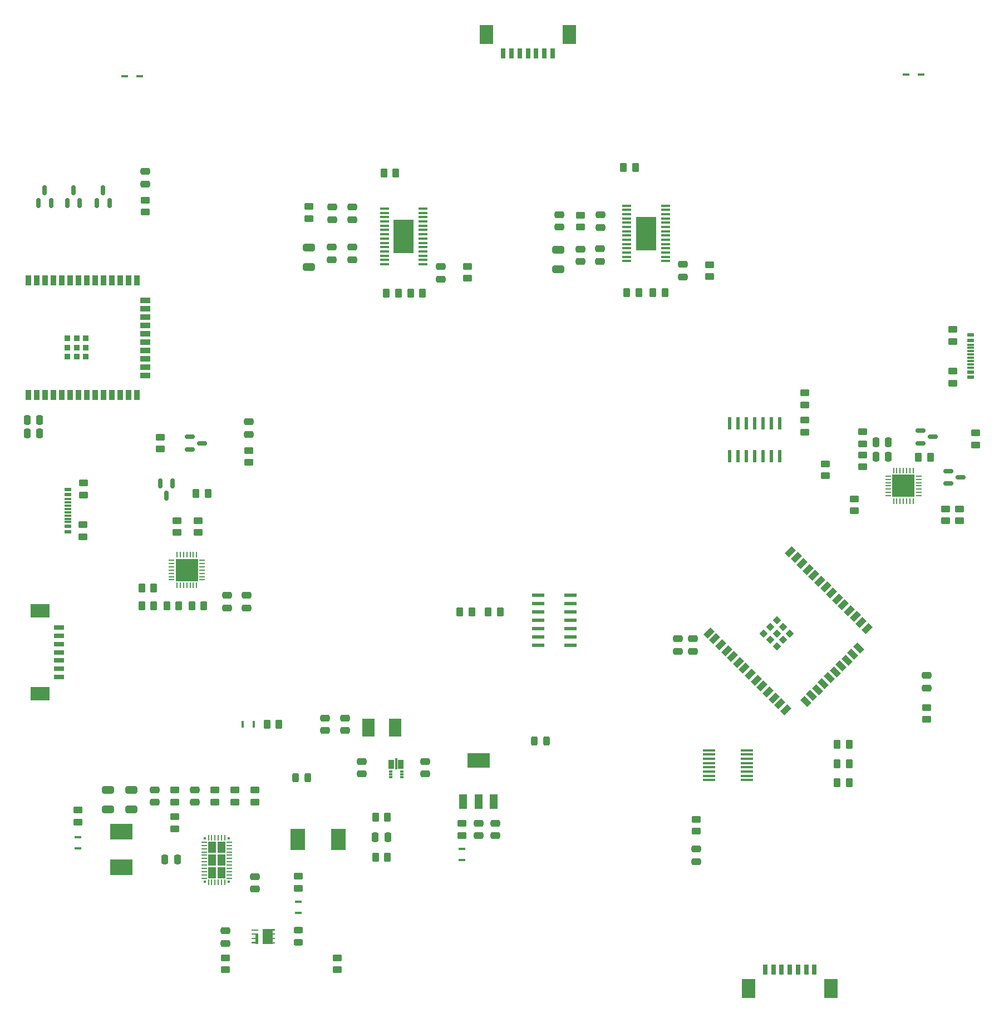
<source format=gtp>
%TF.GenerationSoftware,KiCad,Pcbnew,7.0.9*%
%TF.CreationDate,2024-03-25T16:43:25-04:00*%
%TF.ProjectId,CSTAR,43535441-522e-46b6-9963-61645f706362,rev?*%
%TF.SameCoordinates,Original*%
%TF.FileFunction,Paste,Top*%
%TF.FilePolarity,Positive*%
%FSLAX46Y46*%
G04 Gerber Fmt 4.6, Leading zero omitted, Abs format (unit mm)*
G04 Created by KiCad (PCBNEW 7.0.9) date 2024-03-25 16:43:25*
%MOMM*%
%LPD*%
G01*
G04 APERTURE LIST*
G04 Aperture macros list*
%AMRoundRect*
0 Rectangle with rounded corners*
0 $1 Rounding radius*
0 $2 $3 $4 $5 $6 $7 $8 $9 X,Y pos of 4 corners*
0 Add a 4 corners polygon primitive as box body*
4,1,4,$2,$3,$4,$5,$6,$7,$8,$9,$2,$3,0*
0 Add four circle primitives for the rounded corners*
1,1,$1+$1,$2,$3*
1,1,$1+$1,$4,$5*
1,1,$1+$1,$6,$7*
1,1,$1+$1,$8,$9*
0 Add four rect primitives between the rounded corners*
20,1,$1+$1,$2,$3,$4,$5,0*
20,1,$1+$1,$4,$5,$6,$7,0*
20,1,$1+$1,$6,$7,$8,$9,0*
20,1,$1+$1,$8,$9,$2,$3,0*%
%AMRotRect*
0 Rectangle, with rotation*
0 The origin of the aperture is its center*
0 $1 length*
0 $2 width*
0 $3 Rotation angle, in degrees counterclockwise*
0 Add horizontal line*
21,1,$1,$2,0,0,$3*%
%AMFreePoly0*
4,1,9,0.533400,-0.170180,0.127000,-0.170180,0.127000,-0.127000,-0.533400,-0.127000,-0.533400,0.127000,0.127000,0.127000,0.127000,1.480820,0.533400,1.480820,0.533400,-0.170180,0.533400,-0.170180,$1*%
%AMFreePoly1*
4,1,9,0.177800,0.127000,0.533400,0.127000,0.533400,-0.127000,0.177800,-0.127000,0.177800,-2.153920,-1.320800,-2.153920,-1.320800,0.157480,0.177800,0.157480,0.177800,0.127000,0.177800,0.127000,$1*%
G04 Aperture macros list end*
%ADD10RoundRect,0.250000X-0.262500X-0.450000X0.262500X-0.450000X0.262500X0.450000X-0.262500X0.450000X0*%
%ADD11RoundRect,0.250000X0.250000X0.475000X-0.250000X0.475000X-0.250000X-0.475000X0.250000X-0.475000X0*%
%ADD12RoundRect,0.250000X-0.475000X0.250000X-0.475000X-0.250000X0.475000X-0.250000X0.475000X0.250000X0*%
%ADD13RoundRect,0.150000X-0.587500X-0.150000X0.587500X-0.150000X0.587500X0.150000X-0.587500X0.150000X0*%
%ADD14RoundRect,0.250000X0.650000X-0.325000X0.650000X0.325000X-0.650000X0.325000X-0.650000X-0.325000X0*%
%ADD15RoundRect,0.150000X-0.150000X0.587500X-0.150000X-0.587500X0.150000X-0.587500X0.150000X0.587500X0*%
%ADD16R,3.429000X2.489200*%
%ADD17RoundRect,0.250000X-0.450000X0.262500X-0.450000X-0.262500X0.450000X-0.262500X0.450000X0.262500X0*%
%ADD18RoundRect,0.250000X-0.250000X-0.475000X0.250000X-0.475000X0.250000X0.475000X-0.250000X0.475000X0*%
%ADD19R,0.812800X1.447800*%
%ADD20R,0.609600X0.304800*%
%ADD21R,0.304800X1.727200*%
%ADD22R,0.990600X0.406400*%
%ADD23RoundRect,0.150000X0.150000X-0.587500X0.150000X0.587500X-0.150000X0.587500X-0.150000X-0.587500X0*%
%ADD24RoundRect,0.250000X0.262500X0.450000X-0.262500X0.450000X-0.262500X-0.450000X0.262500X-0.450000X0*%
%ADD25RoundRect,0.250000X0.450000X-0.262500X0.450000X0.262500X-0.450000X0.262500X-0.450000X-0.262500X0*%
%ADD26R,1.140000X0.600000*%
%ADD27R,1.140000X0.300000*%
%ADD28R,1.400000X0.449999*%
%ADD29R,3.099999X5.180000*%
%ADD30RoundRect,0.250000X0.475000X-0.250000X0.475000X0.250000X-0.475000X0.250000X-0.475000X-0.250000X0*%
%ADD31R,0.254000X0.965200*%
%ADD32R,0.965200X0.254000*%
%ADD33R,3.352800X3.352800*%
%ADD34R,0.800000X1.600000*%
%ADD35R,2.100000X3.000000*%
%ADD36R,1.981200X0.558800*%
%ADD37R,0.558800X1.981200*%
%ADD38R,1.117600X0.406400*%
%ADD39RoundRect,0.243750X-0.243750X-0.456250X0.243750X-0.456250X0.243750X0.456250X-0.243750X0.456250X0*%
%ADD40RotRect,1.500000X0.900000X45.000000*%
%ADD41RotRect,0.900000X1.500000X45.000000*%
%ADD42RotRect,0.900000X0.900000X45.000000*%
%ADD43R,1.200000X2.200000*%
%ADD44R,3.500000X2.200000*%
%ADD45RoundRect,0.250000X-0.650000X0.325000X-0.650000X-0.325000X0.650000X-0.325000X0.650000X0.325000X0*%
%ADD46R,0.900000X1.500000*%
%ADD47R,1.500000X0.900000*%
%ADD48R,0.900000X0.900000*%
%ADD49R,1.066800X0.254000*%
%ADD50FreePoly0,0.000000*%
%ADD51FreePoly1,0.000000*%
%ADD52RoundRect,0.243750X0.456250X-0.243750X0.456250X0.243750X-0.456250X0.243750X-0.456250X-0.243750X0*%
%ADD53R,1.981200X2.794000*%
%ADD54R,2.184400X3.200400*%
%ADD55R,1.600000X0.800000*%
%ADD56R,3.000000X2.100000*%
%ADD57R,0.406400X0.990600*%
%ADD58R,1.955432X0.420766*%
%ADD59R,0.812800X0.228600*%
%ADD60R,0.228600X0.812800*%
%ADD61R,1.193800X1.727200*%
%ADD62R,0.381000X0.381000*%
G04 APERTURE END LIST*
%TO.C,U8*%
G36*
X187012300Y-123244000D02*
G01*
X185535900Y-123244000D01*
X185535900Y-121767600D01*
X187012300Y-121767600D01*
X187012300Y-123244000D01*
G37*
G36*
X185335900Y-123244000D02*
G01*
X183859500Y-123244000D01*
X183859500Y-121767600D01*
X185335900Y-121767600D01*
X185335900Y-123244000D01*
G37*
G36*
X187012300Y-124920400D02*
G01*
X185535900Y-124920400D01*
X185535900Y-123444000D01*
X187012300Y-123444000D01*
X187012300Y-124920400D01*
G37*
G36*
X185335900Y-124920400D02*
G01*
X183859500Y-124920400D01*
X183859500Y-123444000D01*
X185335900Y-123444000D01*
X185335900Y-124920400D01*
G37*
%TO.C,Q8*%
G36*
X87274400Y-193065400D02*
G01*
X86868000Y-193065400D01*
X86868000Y-191429640D01*
X87274400Y-191429640D01*
X87274400Y-193065400D01*
G37*
%TO.C,U5*%
G36*
X76315900Y-136059999D02*
G01*
X74839500Y-136059999D01*
X74839500Y-134583599D01*
X76315900Y-134583599D01*
X76315900Y-136059999D01*
G37*
G36*
X76315900Y-137736399D02*
G01*
X74839500Y-137736399D01*
X74839500Y-136259999D01*
X76315900Y-136259999D01*
X76315900Y-137736399D01*
G37*
G36*
X77992300Y-136059999D02*
G01*
X76515900Y-136059999D01*
X76515900Y-134583599D01*
X77992300Y-134583599D01*
X77992300Y-136059999D01*
G37*
G36*
X77992300Y-137736399D02*
G01*
X76515900Y-137736399D01*
X76515900Y-136259999D01*
X77992300Y-136259999D01*
X77992300Y-137736399D01*
G37*
%TD*%
D10*
%TO.C,R23*%
X69562500Y-138875000D03*
X71387500Y-138875000D03*
%TD*%
D11*
%TO.C,C2*%
X74991000Y-180213000D03*
X73091000Y-180213000D03*
%TD*%
D12*
%TO.C,C38*%
X82296000Y-191074000D03*
X82296000Y-192974000D03*
%TD*%
%TO.C,C20*%
X136347200Y-87289200D03*
X136347200Y-89189200D03*
%TD*%
%TO.C,C22*%
X139293600Y-87279400D03*
X139293600Y-89179400D03*
%TD*%
%TO.C,C4*%
X86741000Y-182819000D03*
X86741000Y-184719000D03*
%TD*%
D13*
%TO.C,Q4*%
X188014000Y-114938000D03*
X188014000Y-116838000D03*
X189889000Y-115888000D03*
%TD*%
D14*
%TO.C,C8*%
X64389000Y-172544000D03*
X64389000Y-169594000D03*
%TD*%
D15*
%TO.C,Q2*%
X74277500Y-122942500D03*
X72377500Y-122942500D03*
X73327500Y-124817500D03*
%TD*%
D16*
%TO.C,L1*%
X66421000Y-181406800D03*
X66421000Y-175971200D03*
%TD*%
D17*
%TO.C,R41*%
X191824000Y-126852500D03*
X191824000Y-128677500D03*
%TD*%
D18*
%TO.C,C31*%
X52136000Y-113284000D03*
X54036000Y-113284000D03*
%TD*%
D17*
%TO.C,R3*%
X80645000Y-169648500D03*
X80645000Y-171473500D03*
%TD*%
D19*
%TO.C,PS1*%
X107492988Y-165757784D03*
D20*
X107392978Y-166808988D03*
X107392978Y-167259000D03*
X107392988Y-167709012D03*
X109092990Y-167709012D03*
X109093000Y-167259000D03*
X109093000Y-166808988D03*
D19*
X108992990Y-165757784D03*
D21*
X108242989Y-165618084D03*
%TD*%
D22*
%TO.C,LED4*%
X59817000Y-178523900D03*
X59817000Y-176822100D03*
%TD*%
D23*
%TO.C,Q5*%
X58232000Y-80264000D03*
X60132000Y-80264000D03*
X59182000Y-78389000D03*
%TD*%
D24*
%TO.C,R11*%
X106957500Y-179857400D03*
X105132500Y-179857400D03*
%TD*%
D25*
%TO.C,R13*%
X119126000Y-91741000D03*
X119126000Y-89916000D03*
%TD*%
D23*
%TO.C,Q7*%
X62738000Y-80264000D03*
X64638000Y-80264000D03*
X63688000Y-78389000D03*
%TD*%
D26*
%TO.C,J27*%
X195680000Y-106800000D03*
X195680000Y-106000000D03*
D27*
X195680000Y-104850000D03*
X195680000Y-103850000D03*
X195680000Y-103350000D03*
X195680000Y-102350000D03*
D26*
X195680000Y-100400000D03*
X195680000Y-101200000D03*
D27*
X195680000Y-101850000D03*
X195680000Y-102850000D03*
X195680000Y-104350000D03*
X195680000Y-105350000D03*
%TD*%
D28*
%TO.C,U2*%
X143353998Y-80695000D03*
X143353998Y-81345001D03*
X143353998Y-81995000D03*
X143353998Y-82645001D03*
X143353998Y-83294999D03*
X143353998Y-83945001D03*
X143353998Y-84594999D03*
X143353998Y-85245001D03*
X143353998Y-85894999D03*
X143353998Y-86545001D03*
X143353998Y-87194999D03*
X143353998Y-87845000D03*
X143353998Y-88494999D03*
X143353998Y-89145000D03*
X149253999Y-89145000D03*
X149253999Y-88494999D03*
X149253999Y-87845000D03*
X149253999Y-87194999D03*
X149253999Y-86545001D03*
X149253999Y-85894999D03*
X149253999Y-85245001D03*
X149253999Y-84594999D03*
X149253999Y-83945001D03*
X149253999Y-83294999D03*
X149253999Y-82645001D03*
X149253999Y-81995000D03*
X149253999Y-81345001D03*
X149253999Y-80695000D03*
D29*
X146303997Y-84920000D03*
%TD*%
D25*
%TO.C,R51*%
X192913000Y-101369500D03*
X192913000Y-99544500D03*
%TD*%
D17*
%TO.C,R9*%
X59817000Y-172696500D03*
X59817000Y-174521500D03*
%TD*%
D30*
%TO.C,C34*%
X188976000Y-154112000D03*
X188976000Y-152212000D03*
%TD*%
D25*
%TO.C,R5*%
X83693000Y-171473500D03*
X83693000Y-169648500D03*
%TD*%
D30*
%TO.C,C29*%
X70104000Y-77404000D03*
X70104000Y-75504000D03*
%TD*%
D12*
%TO.C,C1*%
X123317000Y-174691000D03*
X123317000Y-176591000D03*
%TD*%
D31*
%TO.C,U8*%
X186935900Y-121019900D03*
X186435901Y-121019900D03*
X185935899Y-121019900D03*
X185435900Y-121019900D03*
X184935901Y-121019900D03*
X184435899Y-121019900D03*
X183935900Y-121019900D03*
D32*
X183111800Y-121844000D03*
X183111800Y-122343999D03*
X183111800Y-122844001D03*
X183111800Y-123344000D03*
X183111800Y-123843999D03*
X183111800Y-124344001D03*
X183111800Y-124844000D03*
D31*
X183935900Y-125668100D03*
X184435899Y-125668100D03*
X184935901Y-125668100D03*
X185435900Y-125668100D03*
X185935899Y-125668100D03*
X186435901Y-125668100D03*
X186935900Y-125668100D03*
D32*
X187760000Y-124844000D03*
X187760000Y-124344001D03*
X187760000Y-123843999D03*
X187760000Y-123344000D03*
X187760000Y-122844001D03*
X187760000Y-122343999D03*
X187760000Y-121844000D03*
D33*
X185435900Y-123344000D03*
%TD*%
D25*
%TO.C,R39*%
X196396000Y-117120500D03*
X196396000Y-115295500D03*
%TD*%
%TO.C,R31*%
X70104000Y-81684500D03*
X70104000Y-79859500D03*
%TD*%
D12*
%TO.C,C12*%
X100457000Y-158689000D03*
X100457000Y-160589000D03*
%TD*%
D34*
%TO.C,J26*%
X132070000Y-57510000D03*
X130820000Y-57510000D03*
X129570000Y-57510000D03*
X128320000Y-57510000D03*
X127070000Y-57510000D03*
X125820000Y-57510000D03*
X124570000Y-57510000D03*
D35*
X134620000Y-54610000D03*
X122020000Y-54610000D03*
%TD*%
D10*
%TO.C,R22*%
X69572500Y-141605000D03*
X71397500Y-141605000D03*
%TD*%
D25*
%TO.C,R53*%
X170434000Y-111017700D03*
X170434000Y-109192700D03*
%TD*%
%TO.C,R35*%
X179251000Y-120446000D03*
X179251000Y-118621000D03*
%TD*%
D36*
%TO.C,U4*%
X134797800Y-147574000D03*
X134797800Y-146304000D03*
X134797800Y-145034000D03*
X134797800Y-143764000D03*
X134797800Y-142494000D03*
X134797800Y-141224000D03*
X134797800Y-139954000D03*
X129870200Y-139954000D03*
X129870200Y-141224000D03*
X129870200Y-142494000D03*
X129870200Y-143764000D03*
X129870200Y-145034000D03*
X129870200Y-146304000D03*
X129870200Y-147574000D03*
%TD*%
D18*
%TO.C,C11*%
X105095000Y-176809400D03*
X106995000Y-176809400D03*
%TD*%
D10*
%TO.C,R45*%
X117959500Y-142494000D03*
X119784500Y-142494000D03*
%TD*%
D30*
%TO.C,C17*%
X98552000Y-82804000D03*
X98552000Y-80904000D03*
%TD*%
%TO.C,C27*%
X85471000Y-141920000D03*
X85471000Y-140020000D03*
%TD*%
D17*
%TO.C,R6*%
X118237000Y-174728500D03*
X118237000Y-176553500D03*
%TD*%
D30*
%TO.C,C6*%
X71501000Y-171511000D03*
X71501000Y-169611000D03*
%TD*%
D17*
%TO.C,R7*%
X74549000Y-173712500D03*
X74549000Y-175537500D03*
%TD*%
D10*
%TO.C,R38*%
X187736500Y-119002000D03*
X189561500Y-119002000D03*
%TD*%
D22*
%TO.C,LED3*%
X118237000Y-180301900D03*
X118237000Y-178600100D03*
%TD*%
D12*
%TO.C,C9*%
X102997000Y-165293000D03*
X102997000Y-167193000D03*
%TD*%
D24*
%TO.C,R26*%
X79652500Y-124460000D03*
X77827500Y-124460000D03*
%TD*%
D37*
%TO.C,U7*%
X159004000Y-118795800D03*
X160274000Y-118795800D03*
X161544000Y-118795800D03*
X162814000Y-118795800D03*
X164084000Y-118795800D03*
X165354000Y-118795800D03*
X166624000Y-118795800D03*
X166624000Y-113868200D03*
X165354000Y-113868200D03*
X164084000Y-113868200D03*
X162814000Y-113868200D03*
X161544000Y-113868200D03*
X160274000Y-113868200D03*
X159004000Y-113868200D03*
%TD*%
D30*
%TO.C,C15*%
X115062000Y-91882000D03*
X115062000Y-89982000D03*
%TD*%
D28*
%TO.C,U3*%
X106473201Y-81154199D03*
X106473201Y-81804200D03*
X106473201Y-82454199D03*
X106473201Y-83104200D03*
X106473201Y-83754198D03*
X106473201Y-84404200D03*
X106473201Y-85054198D03*
X106473201Y-85704200D03*
X106473201Y-86354198D03*
X106473201Y-87004200D03*
X106473201Y-87654198D03*
X106473201Y-88304199D03*
X106473201Y-88954198D03*
X106473201Y-89604199D03*
X112373202Y-89604199D03*
X112373202Y-88954198D03*
X112373202Y-88304199D03*
X112373202Y-87654198D03*
X112373202Y-87004200D03*
X112373202Y-86354198D03*
X112373202Y-85704200D03*
X112373202Y-85054198D03*
X112373202Y-84404200D03*
X112373202Y-83754198D03*
X112373202Y-83104200D03*
X112373202Y-82454199D03*
X112373202Y-81804200D03*
X112373202Y-81154199D03*
D29*
X109423200Y-85379199D03*
%TD*%
D38*
%TO.C,CR1*%
X66929000Y-61000000D03*
X69215000Y-61000000D03*
%TD*%
D12*
%TO.C,C37*%
X153416000Y-146624000D03*
X153416000Y-148524000D03*
%TD*%
D39*
%TO.C,F2*%
X129237500Y-162179000D03*
X131112500Y-162179000D03*
%TD*%
D30*
%TO.C,C28*%
X85852000Y-115504000D03*
X85852000Y-113604000D03*
%TD*%
D26*
%TO.C,J31*%
X58357500Y-123900000D03*
X58357500Y-124700000D03*
D27*
X58357500Y-125850000D03*
X58357500Y-126850000D03*
X58357500Y-127350000D03*
X58357500Y-128350000D03*
D26*
X58357500Y-130300000D03*
X58357500Y-129500000D03*
D27*
X58357500Y-128850000D03*
X58357500Y-127850000D03*
X58357500Y-126350000D03*
X58357500Y-125350000D03*
%TD*%
D17*
%TO.C,R43*%
X170434000Y-113360200D03*
X170434000Y-115185200D03*
%TD*%
%TO.C,R8*%
X74549000Y-169648500D03*
X74549000Y-171473500D03*
%TD*%
D12*
%TO.C,C3*%
X77597000Y-169611000D03*
X77597000Y-171511000D03*
%TD*%
D10*
%TO.C,R54*%
X175363500Y-168558000D03*
X177188500Y-168558000D03*
%TD*%
D30*
%TO.C,C16*%
X133096000Y-83957200D03*
X133096000Y-82057200D03*
%TD*%
D17*
%TO.C,R58*%
X60579000Y-129262500D03*
X60579000Y-131087500D03*
%TD*%
D25*
%TO.C,R30*%
X78105000Y-130452500D03*
X78105000Y-128627500D03*
%TD*%
D24*
%TO.C,R14*%
X149145000Y-93894000D03*
X147320000Y-93894000D03*
%TD*%
D40*
%TO.C,U9*%
X155851413Y-145732360D03*
X156749438Y-146630386D03*
X157647464Y-147528412D03*
X158545489Y-148426437D03*
X159443515Y-149324463D03*
X160341541Y-150222488D03*
X161239566Y-151120514D03*
X162137592Y-152018540D03*
X163035618Y-152916565D03*
X163933643Y-153814591D03*
X164831669Y-154712616D03*
X165729694Y-155610642D03*
X166627720Y-156508668D03*
X167525746Y-157406693D03*
D41*
X170559234Y-156140972D03*
X171457259Y-155242947D03*
X172355285Y-154344921D03*
X173253311Y-153446895D03*
X174151336Y-152548870D03*
X175049362Y-151650844D03*
X175947387Y-150752818D03*
X176845413Y-149854793D03*
X177743439Y-148956767D03*
X178641464Y-148058742D03*
D40*
X179900114Y-145032325D03*
X179002089Y-144134299D03*
X178104063Y-143236273D03*
X177206037Y-142338248D03*
X176308012Y-141440222D03*
X175409986Y-140542197D03*
X174511961Y-139644171D03*
X173613935Y-138746145D03*
X172715909Y-137848120D03*
X171817884Y-136950094D03*
X170919858Y-136052068D03*
X170021833Y-135154043D03*
X169123807Y-134256017D03*
X168225781Y-133357992D03*
D42*
X164188202Y-145796000D03*
X165178151Y-144806050D03*
X166168101Y-143816101D03*
X165178151Y-146785949D03*
X166168101Y-145796000D03*
X167158050Y-144806050D03*
X166168101Y-147775899D03*
X167158050Y-146785949D03*
X168148000Y-145796000D03*
%TD*%
D43*
%TO.C,U1*%
X118477000Y-171375000D03*
X120777000Y-171375000D03*
X123077000Y-171375000D03*
D44*
X120777000Y-165175000D03*
%TD*%
D10*
%TO.C,R33*%
X175363500Y-165608000D03*
X177188500Y-165608000D03*
%TD*%
D34*
%TO.C,J7*%
X164398000Y-196990000D03*
X165648000Y-196990000D03*
X166898000Y-196990000D03*
X168148000Y-196990000D03*
X169398000Y-196990000D03*
X170648000Y-196990000D03*
X171898000Y-196990000D03*
D35*
X161848000Y-199890000D03*
X174448000Y-199890000D03*
%TD*%
D25*
%TO.C,R18*%
X136347200Y-83945100D03*
X136347200Y-82120100D03*
%TD*%
%TO.C,R36*%
X173536000Y-121819500D03*
X173536000Y-119994500D03*
%TD*%
D45*
%TO.C,C25*%
X94996000Y-87075000D03*
X94996000Y-90025000D03*
%TD*%
D24*
%TO.C,R15*%
X145184500Y-93894000D03*
X143359500Y-93894000D03*
%TD*%
D12*
%TO.C,C21*%
X101600000Y-87000000D03*
X101600000Y-88900000D03*
%TD*%
%TO.C,C5*%
X120777000Y-174691000D03*
X120777000Y-176591000D03*
%TD*%
D46*
%TO.C,U6*%
X52324000Y-109550000D03*
X53594000Y-109550000D03*
X54864000Y-109550000D03*
X56134000Y-109550000D03*
X57404000Y-109550000D03*
X58674000Y-109550000D03*
X59944000Y-109550000D03*
X61214000Y-109550000D03*
X62484000Y-109550000D03*
X63754000Y-109550000D03*
X65024000Y-109550000D03*
X66294000Y-109550000D03*
X67564000Y-109550000D03*
X68834000Y-109550000D03*
D47*
X70084000Y-106510000D03*
X70084000Y-105240000D03*
X70084000Y-103970000D03*
X70084000Y-102700000D03*
X70084000Y-101430000D03*
X70084000Y-100160000D03*
X70084000Y-98890000D03*
X70084000Y-97620000D03*
X70084000Y-96350000D03*
X70084000Y-95080000D03*
D46*
X68834000Y-92050000D03*
X67564000Y-92050000D03*
X66294000Y-92050000D03*
X65024000Y-92050000D03*
X63754000Y-92050000D03*
X62484000Y-92050000D03*
X61214000Y-92050000D03*
X59944000Y-92050000D03*
X58674000Y-92050000D03*
X57404000Y-92050000D03*
X56134000Y-92050000D03*
X54864000Y-92050000D03*
X53594000Y-92050000D03*
X52324000Y-92050000D03*
D48*
X58264000Y-103700000D03*
X58264000Y-102300000D03*
X58264000Y-100900000D03*
X59664000Y-103700000D03*
X59664000Y-102300000D03*
X59664000Y-100900000D03*
X61064000Y-103700000D03*
X61064000Y-102300000D03*
X61064000Y-100900000D03*
%TD*%
D12*
%TO.C,C23*%
X98476000Y-87000000D03*
X98476000Y-88900000D03*
%TD*%
D49*
%TO.C,Q8*%
X86741000Y-190916560D03*
X86741000Y-191582040D03*
X86741000Y-192247520D03*
D50*
X86741000Y-192913000D03*
D49*
X89281000Y-192913000D03*
X89281000Y-192247520D03*
X89281000Y-191582040D03*
D51*
X89281000Y-190916560D03*
%TD*%
D24*
%TO.C,R21*%
X108204000Y-75692000D03*
X106379000Y-75692000D03*
%TD*%
D12*
%TO.C,C36*%
X151130000Y-146624000D03*
X151130000Y-148524000D03*
%TD*%
%TO.C,C18*%
X139319000Y-82088000D03*
X139319000Y-83988000D03*
%TD*%
D10*
%TO.C,R52*%
X122277500Y-142494000D03*
X124102500Y-142494000D03*
%TD*%
D52*
%TO.C,F1*%
X93345000Y-192834500D03*
X93345000Y-190959500D03*
%TD*%
D24*
%TO.C,R1*%
X90447500Y-159639000D03*
X88622500Y-159639000D03*
%TD*%
D17*
%TO.C,R40*%
X193983000Y-126852500D03*
X193983000Y-128677500D03*
%TD*%
D24*
%TO.C,R24*%
X75207500Y-141605000D03*
X73382500Y-141605000D03*
%TD*%
D45*
%TO.C,C24*%
X132950000Y-87400000D03*
X132950000Y-90350000D03*
%TD*%
D25*
%TO.C,R12*%
X155956000Y-91488900D03*
X155956000Y-89663900D03*
%TD*%
D17*
%TO.C,R2*%
X93345000Y-182782200D03*
X93345000Y-184607200D03*
%TD*%
D30*
%TO.C,C14*%
X151892000Y-91542000D03*
X151892000Y-89642000D03*
%TD*%
D53*
%TO.C,L2*%
X108077000Y-160147000D03*
X104013000Y-160147000D03*
%TD*%
D25*
%TO.C,R29*%
X74930000Y-130452500D03*
X74930000Y-128627500D03*
%TD*%
%TO.C,R19*%
X94996000Y-82663000D03*
X94996000Y-80838000D03*
%TD*%
D23*
%TO.C,Q6*%
X53848000Y-80264000D03*
X55748000Y-80264000D03*
X54798000Y-78389000D03*
%TD*%
D39*
%TO.C,F3*%
X92915500Y-167767000D03*
X94790500Y-167767000D03*
%TD*%
D54*
%TO.C,D1*%
X99517200Y-177165000D03*
X93268800Y-177165000D03*
%TD*%
D24*
%TO.C,R16*%
X112268000Y-93980000D03*
X110443000Y-93980000D03*
%TD*%
D25*
%TO.C,R46*%
X99314000Y-197000500D03*
X99314000Y-195175500D03*
%TD*%
D55*
%TO.C,J28*%
X57010000Y-144924000D03*
X57010000Y-146174000D03*
X57010000Y-147424000D03*
X57010000Y-148674000D03*
X57010000Y-149924000D03*
X57010000Y-151174000D03*
X57010000Y-152424000D03*
D56*
X54110000Y-142374000D03*
X54110000Y-154974000D03*
%TD*%
D25*
%TO.C,R28*%
X85852000Y-119784500D03*
X85852000Y-117959500D03*
%TD*%
D17*
%TO.C,R37*%
X177981000Y-125328500D03*
X177981000Y-127153500D03*
%TD*%
D25*
%TO.C,R57*%
X60706000Y-124737500D03*
X60706000Y-122912500D03*
%TD*%
D57*
%TO.C,LED1*%
X84874100Y-159639000D03*
X86575900Y-159639000D03*
%TD*%
D12*
%TO.C,C19*%
X101600000Y-80904000D03*
X101600000Y-82804000D03*
%TD*%
D13*
%TO.C,Q1*%
X76865000Y-115890000D03*
X76865000Y-117790000D03*
X78740000Y-116840000D03*
%TD*%
D58*
%TO.C,U10*%
X155874616Y-163587001D03*
X155874616Y-164236999D03*
X155874616Y-164887001D03*
X155874616Y-165536999D03*
X155874616Y-166187001D03*
X155874616Y-166836999D03*
X155874616Y-167487001D03*
X155874616Y-168136999D03*
X161625384Y-168136999D03*
X161625384Y-167487001D03*
X161625384Y-166836999D03*
X161625384Y-166187001D03*
X161625384Y-165536999D03*
X161625384Y-164887001D03*
X161625384Y-164236999D03*
X161625384Y-163587001D03*
%TD*%
D17*
%TO.C,R47*%
X82296000Y-195175500D03*
X82296000Y-197000500D03*
%TD*%
D24*
%TO.C,R20*%
X144676500Y-74844000D03*
X142851500Y-74844000D03*
%TD*%
D18*
%TO.C,C32*%
X181222000Y-118875000D03*
X183122000Y-118875000D03*
%TD*%
D17*
%TO.C,R50*%
X192913000Y-105894500D03*
X192913000Y-107719500D03*
%TD*%
D18*
%TO.C,C33*%
X181222000Y-116716000D03*
X183122000Y-116716000D03*
%TD*%
D59*
%TO.C,IC1*%
X79068676Y-177564415D03*
X79068676Y-178064541D03*
X79068676Y-178564667D03*
X79068676Y-179064793D03*
X79068676Y-179564919D03*
X79068676Y-180065045D03*
X79068676Y-180565171D03*
X79068676Y-181065297D03*
X79068676Y-181565423D03*
X79068676Y-182065549D03*
X79068676Y-182565675D03*
X79068676Y-183065801D03*
D60*
X79710661Y-183718708D03*
X80210787Y-183718708D03*
X80710913Y-183718708D03*
X81211039Y-183718708D03*
X81711165Y-183718708D03*
X82211291Y-183718708D03*
D59*
X82853276Y-183065801D03*
X82853276Y-182565675D03*
X82853276Y-182065549D03*
X82853276Y-181565423D03*
X82853276Y-181065297D03*
X82853276Y-180565171D03*
X82853276Y-180065045D03*
X82853276Y-179564919D03*
X82853276Y-179064793D03*
X82853276Y-178564667D03*
X82853276Y-178064541D03*
X82853276Y-177564415D03*
D60*
X82211291Y-176911508D03*
X81711165Y-176911508D03*
X81211039Y-176911508D03*
X80710913Y-176911508D03*
X80210787Y-176911508D03*
X79710661Y-176911508D03*
D61*
X80260952Y-178385108D03*
X81661000Y-178385108D03*
X80260952Y-180315108D03*
X81661000Y-180315108D03*
X80260952Y-182245000D03*
X81661000Y-182245000D03*
D62*
X79148476Y-177002607D03*
X79148476Y-183627609D03*
X82773476Y-183627609D03*
X82773476Y-177002607D03*
%TD*%
D12*
%TO.C,C35*%
X153924000Y-178628000D03*
X153924000Y-180528000D03*
%TD*%
D10*
%TO.C,R32*%
X175363500Y-162658000D03*
X177188500Y-162658000D03*
%TD*%
D13*
%TO.C,Q3*%
X192235000Y-121100000D03*
X192235000Y-123000000D03*
X194110000Y-122050000D03*
%TD*%
D12*
%TO.C,C13*%
X97409000Y-158689000D03*
X97409000Y-160589000D03*
%TD*%
D18*
%TO.C,C30*%
X52136000Y-115316000D03*
X54036000Y-115316000D03*
%TD*%
D25*
%TO.C,R42*%
X188976000Y-158900500D03*
X188976000Y-157075500D03*
%TD*%
D30*
%TO.C,C10*%
X112649000Y-167193000D03*
X112649000Y-165293000D03*
%TD*%
D17*
%TO.C,R4*%
X86741000Y-169648500D03*
X86741000Y-171473500D03*
%TD*%
D22*
%TO.C,LED2*%
X93345000Y-188341000D03*
X93345000Y-186639200D03*
%TD*%
D14*
%TO.C,C7*%
X67945000Y-172544000D03*
X67945000Y-169594000D03*
%TD*%
D24*
%TO.C,R17*%
X108608500Y-93980000D03*
X106783500Y-93980000D03*
%TD*%
D38*
%TO.C,CR2*%
X185857000Y-60750000D03*
X188143000Y-60750000D03*
%TD*%
D10*
%TO.C,R10*%
X105132500Y-173761400D03*
X106957500Y-173761400D03*
%TD*%
D32*
%TO.C,U5*%
X74091800Y-134659999D03*
X74091800Y-135159998D03*
X74091800Y-135660000D03*
X74091800Y-136159999D03*
X74091800Y-136659998D03*
X74091800Y-137160000D03*
X74091800Y-137659999D03*
D31*
X74915900Y-138484099D03*
X75415899Y-138484099D03*
X75915901Y-138484099D03*
X76415900Y-138484099D03*
X76915899Y-138484099D03*
X77415901Y-138484099D03*
X77915900Y-138484099D03*
D32*
X78740000Y-137659999D03*
X78740000Y-137160000D03*
X78740000Y-136659998D03*
X78740000Y-136159999D03*
X78740000Y-135660000D03*
X78740000Y-135159998D03*
X78740000Y-134659999D03*
D31*
X77915900Y-133835899D03*
X77415901Y-133835899D03*
X76915899Y-133835899D03*
X76415900Y-133835899D03*
X75915901Y-133835899D03*
X75415899Y-133835899D03*
X74915900Y-133835899D03*
D33*
X76415900Y-136159999D03*
%TD*%
D10*
%TO.C,R27*%
X77192500Y-141605000D03*
X79017500Y-141605000D03*
%TD*%
D25*
%TO.C,R25*%
X72390000Y-117752500D03*
X72390000Y-115927500D03*
%TD*%
D30*
%TO.C,C26*%
X82550000Y-141920000D03*
X82550000Y-140020000D03*
%TD*%
D17*
%TO.C,R34*%
X179251000Y-115131000D03*
X179251000Y-116956000D03*
%TD*%
%TO.C,R44*%
X153924000Y-174093500D03*
X153924000Y-175918500D03*
%TD*%
M02*

</source>
